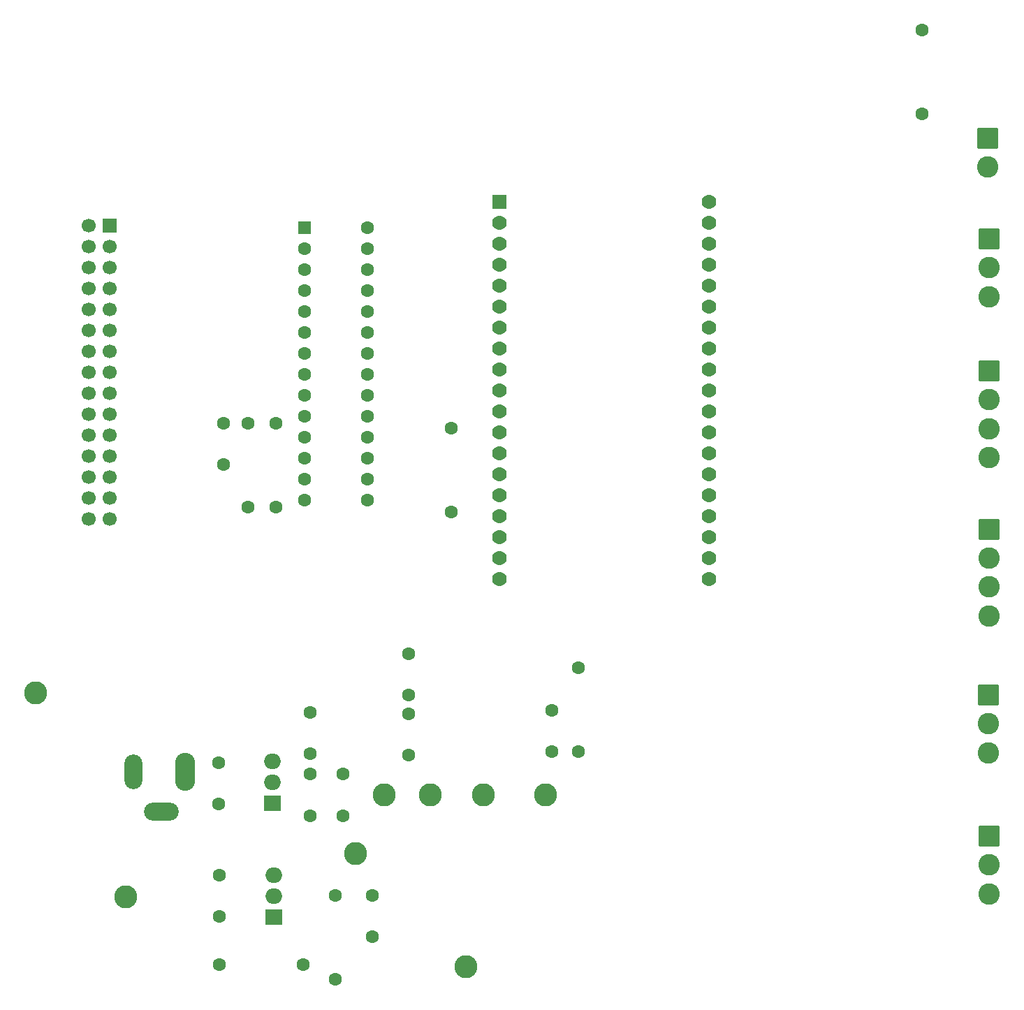
<source format=gbs>
G04 #@! TF.GenerationSoftware,KiCad,Pcbnew,9.0.5*
G04 #@! TF.CreationDate,2025-10-27T23:16:19-07:00*
G04 #@! TF.ProjectId,zotbins_2025_wrover_pcb,7a6f7462-696e-4735-9f32-3032355f7772,rev?*
G04 #@! TF.SameCoordinates,Original*
G04 #@! TF.FileFunction,Soldermask,Bot*
G04 #@! TF.FilePolarity,Negative*
%FSLAX46Y46*%
G04 Gerber Fmt 4.6, Leading zero omitted, Abs format (unit mm)*
G04 Created by KiCad (PCBNEW 9.0.5) date 2025-10-27 23:16:19*
%MOMM*%
%LPD*%
G01*
G04 APERTURE LIST*
G04 Aperture macros list*
%AMRoundRect*
0 Rectangle with rounded corners*
0 $1 Rounding radius*
0 $2 $3 $4 $5 $6 $7 $8 $9 X,Y pos of 4 corners*
0 Add a 4 corners polygon primitive as box body*
4,1,4,$2,$3,$4,$5,$6,$7,$8,$9,$2,$3,0*
0 Add four circle primitives for the rounded corners*
1,1,$1+$1,$2,$3*
1,1,$1+$1,$4,$5*
1,1,$1+$1,$6,$7*
1,1,$1+$1,$8,$9*
0 Add four rect primitives between the rounded corners*
20,1,$1+$1,$2,$3,$4,$5,0*
20,1,$1+$1,$4,$5,$6,$7,0*
20,1,$1+$1,$6,$7,$8,$9,0*
20,1,$1+$1,$8,$9,$2,$3,0*%
G04 Aperture macros list end*
%ADD10C,1.600000*%
%ADD11C,2.800000*%
%ADD12RoundRect,0.102000X-0.780000X-0.780000X0.780000X-0.780000X0.780000X0.780000X-0.780000X0.780000X0*%
%ADD13C,1.764000*%
%ADD14RoundRect,0.250000X-1.050000X1.050000X-1.050000X-1.050000X1.050000X-1.050000X1.050000X1.050000X0*%
%ADD15C,2.600000*%
%ADD16O,2.404000X4.604000*%
%ADD17O,2.204000X4.204000*%
%ADD18O,4.204000X2.204000*%
%ADD19RoundRect,0.250000X-0.550000X-0.550000X0.550000X-0.550000X0.550000X0.550000X-0.550000X0.550000X0*%
%ADD20R,1.700000X1.700000*%
%ADD21C,1.700000*%
%ADD22R,2.000000X1.905000*%
%ADD23O,2.000000X1.905000*%
G04 APERTURE END LIST*
D10*
X142000000Y-126200000D03*
X142000000Y-131200000D03*
D11*
X158600000Y-136000000D03*
X148900000Y-156800000D03*
D10*
X129180000Y-156600000D03*
X119020000Y-156600000D03*
D12*
X152950000Y-64140000D03*
D13*
X152950000Y-66680000D03*
X152950000Y-69220000D03*
X152950000Y-71760000D03*
X152950000Y-74300000D03*
X152950000Y-76840000D03*
X152950000Y-79380000D03*
X152950000Y-81920000D03*
X152950000Y-84460000D03*
X152950000Y-87000000D03*
X152950000Y-89540000D03*
X152950000Y-92080000D03*
X152950000Y-94620000D03*
X152950000Y-97160000D03*
X152950000Y-99700000D03*
X152950000Y-102240000D03*
X152950000Y-104780000D03*
X152950000Y-107320000D03*
X152950000Y-109860000D03*
X178350000Y-64140000D03*
X178350000Y-66680000D03*
X178350000Y-69220000D03*
X178350000Y-71760000D03*
X178350000Y-74300000D03*
X178350000Y-76840000D03*
X178350000Y-79380000D03*
X178350000Y-81920000D03*
X178350000Y-84460000D03*
X178350000Y-87000000D03*
X178350000Y-89540000D03*
X178350000Y-92080000D03*
X178350000Y-94620000D03*
X178350000Y-97160000D03*
X178350000Y-99700000D03*
X178350000Y-102240000D03*
X178350000Y-104780000D03*
X178350000Y-107320000D03*
X178350000Y-109860000D03*
D10*
X119550000Y-90950000D03*
X119550000Y-95950000D03*
D14*
X212300000Y-68600000D03*
D15*
X212300000Y-72100000D03*
X212300000Y-75600000D03*
D10*
X125850000Y-90920000D03*
X125850000Y-101080000D03*
D14*
X212200000Y-56400000D03*
D15*
X212200000Y-59900000D03*
D10*
X159300000Y-130770000D03*
X159300000Y-125770000D03*
X204200000Y-43320000D03*
X204200000Y-53480000D03*
D14*
X212300000Y-141000000D03*
D15*
X212300000Y-144500000D03*
X212300000Y-148000000D03*
D16*
X114900000Y-133200000D03*
D17*
X108600000Y-133200000D03*
D18*
X112000000Y-138000000D03*
D10*
X133100000Y-148200000D03*
X133100000Y-158360000D03*
D11*
X144600000Y-136000000D03*
X135500000Y-143100000D03*
D19*
X129400000Y-67275000D03*
D10*
X129400000Y-69815000D03*
X129400000Y-72355000D03*
X129400000Y-74895000D03*
X129400000Y-77435000D03*
X129400000Y-79975000D03*
X129400000Y-82515000D03*
X129400000Y-85055000D03*
X129400000Y-87595000D03*
X129400000Y-90135000D03*
X129400000Y-92675000D03*
X129400000Y-95215000D03*
X129400000Y-97755000D03*
X129400000Y-100295000D03*
X137020000Y-100295000D03*
X137020000Y-97755000D03*
X137020000Y-95215000D03*
X137020000Y-92675000D03*
X137020000Y-90135000D03*
X137020000Y-87595000D03*
X137020000Y-85055000D03*
X137020000Y-82515000D03*
X137020000Y-79975000D03*
X137020000Y-77435000D03*
X137020000Y-74895000D03*
X137020000Y-72355000D03*
X137020000Y-69815000D03*
X137020000Y-67275000D03*
D14*
X212282500Y-123900000D03*
D15*
X212282500Y-127400000D03*
X212282500Y-130900000D03*
D20*
X105700000Y-67000000D03*
D21*
X103160000Y-67000000D03*
X105700000Y-69540000D03*
X103160000Y-69540000D03*
X105700000Y-72080000D03*
X103160000Y-72080000D03*
X105700000Y-74620000D03*
X103160000Y-74620000D03*
X105700000Y-77160000D03*
X103160000Y-77160000D03*
X105700000Y-79700000D03*
X103160000Y-79700000D03*
X105700000Y-82240000D03*
X103160000Y-82240000D03*
X105700000Y-84780000D03*
X103160000Y-84780000D03*
X105700000Y-87320000D03*
X103160000Y-87320000D03*
X105700000Y-89860000D03*
X103160000Y-89860000D03*
X105700000Y-92400000D03*
X103160000Y-92400000D03*
X105700000Y-94940000D03*
X103160000Y-94940000D03*
X105700000Y-97480000D03*
X103160000Y-97480000D03*
X105700000Y-100020000D03*
X103160000Y-100020000D03*
X105700000Y-102560000D03*
X103160000Y-102560000D03*
D22*
X125600000Y-150780000D03*
D23*
X125600000Y-148240000D03*
X125600000Y-145700000D03*
D22*
X125500000Y-137000000D03*
D23*
X125500000Y-134460000D03*
X125500000Y-131920000D03*
D10*
X134000000Y-133500000D03*
X134000000Y-138500000D03*
X130000000Y-131000000D03*
X130000000Y-126000000D03*
D11*
X96800000Y-123600000D03*
D10*
X162550000Y-120620000D03*
X162550000Y-130780000D03*
D14*
X212300000Y-84600000D03*
D15*
X212300000Y-88100000D03*
X212300000Y-91600000D03*
X212300000Y-95100000D03*
D10*
X147100000Y-91540000D03*
X147100000Y-101700000D03*
X118936469Y-137068383D03*
X118936469Y-132068383D03*
X119000000Y-145700000D03*
X119000000Y-150700000D03*
D14*
X212300000Y-103800000D03*
D15*
X212300000Y-107300000D03*
X212300000Y-110800000D03*
X212300000Y-114300000D03*
D10*
X122500000Y-90940000D03*
X122500000Y-101100000D03*
X130000000Y-133500000D03*
X130000000Y-138500000D03*
D11*
X107679146Y-148352057D03*
X139000000Y-136000000D03*
D10*
X142000000Y-118900000D03*
X142000000Y-123900000D03*
X137600000Y-148200000D03*
X137600000Y-153200000D03*
D11*
X151000000Y-136000000D03*
M02*

</source>
